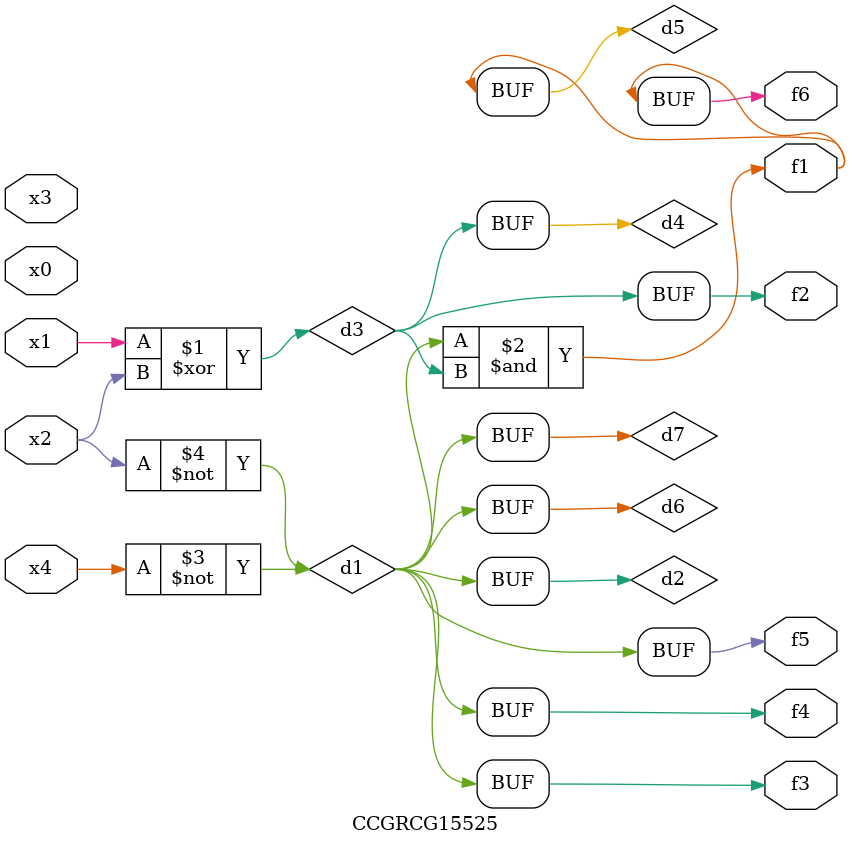
<source format=v>
module CCGRCG15525(
	input x0, x1, x2, x3, x4,
	output f1, f2, f3, f4, f5, f6
);

	wire d1, d2, d3, d4, d5, d6, d7;

	not (d1, x4);
	not (d2, x2);
	xor (d3, x1, x2);
	buf (d4, d3);
	and (d5, d1, d3);
	buf (d6, d1, d2);
	buf (d7, d2);
	assign f1 = d5;
	assign f2 = d4;
	assign f3 = d7;
	assign f4 = d7;
	assign f5 = d7;
	assign f6 = d5;
endmodule

</source>
